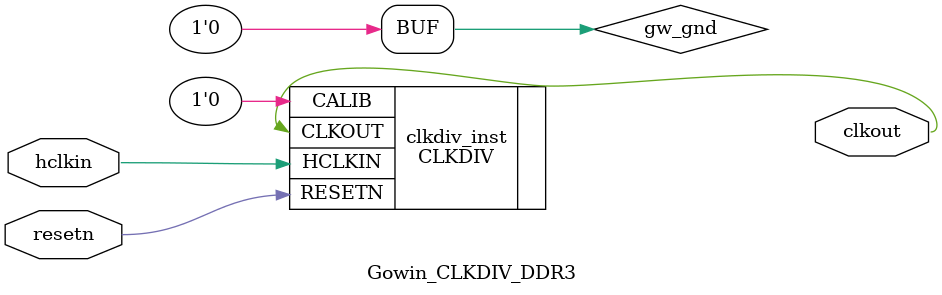
<source format=v>

module Gowin_CLKDIV_DDR3 (clkout, hclkin, resetn);

output clkout;
input hclkin;
input resetn;

wire gw_gnd;

assign gw_gnd = 1'b0;

CLKDIV clkdiv_inst (
    .CLKOUT(clkout),
    .HCLKIN(hclkin),
    .RESETN(resetn),
    .CALIB(gw_gnd)
);

defparam clkdiv_inst.DIV_MODE = "5";
defparam clkdiv_inst.GSREN = "false";

endmodule //Gowin_CLKDIV_DDR3

</source>
